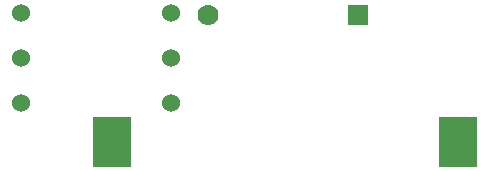
<source format=gbs>
G04 (created by PCBNEW (2013-07-07 BZR 4022)-stable) date 27/01/2014 8:34:37 p.m.*
%MOIN*%
G04 Gerber Fmt 3.4, Leading zero omitted, Abs format*
%FSLAX34Y34*%
G01*
G70*
G90*
G04 APERTURE LIST*
%ADD10C,0.00590551*%
%ADD11C,0.06*%
%ADD12C,0.07*%
%ADD13R,0.07X0.07*%
%ADD14R,0.129921X0.165354*%
G04 APERTURE END LIST*
G54D10*
G54D11*
X67900Y-47600D03*
X62900Y-47600D03*
X62900Y-46100D03*
X67900Y-46100D03*
X62900Y-49100D03*
X67900Y-49100D03*
G54D12*
X69150Y-46150D03*
G54D13*
X74150Y-46150D03*
G54D14*
X77467Y-50400D03*
X65932Y-50400D03*
M02*

</source>
